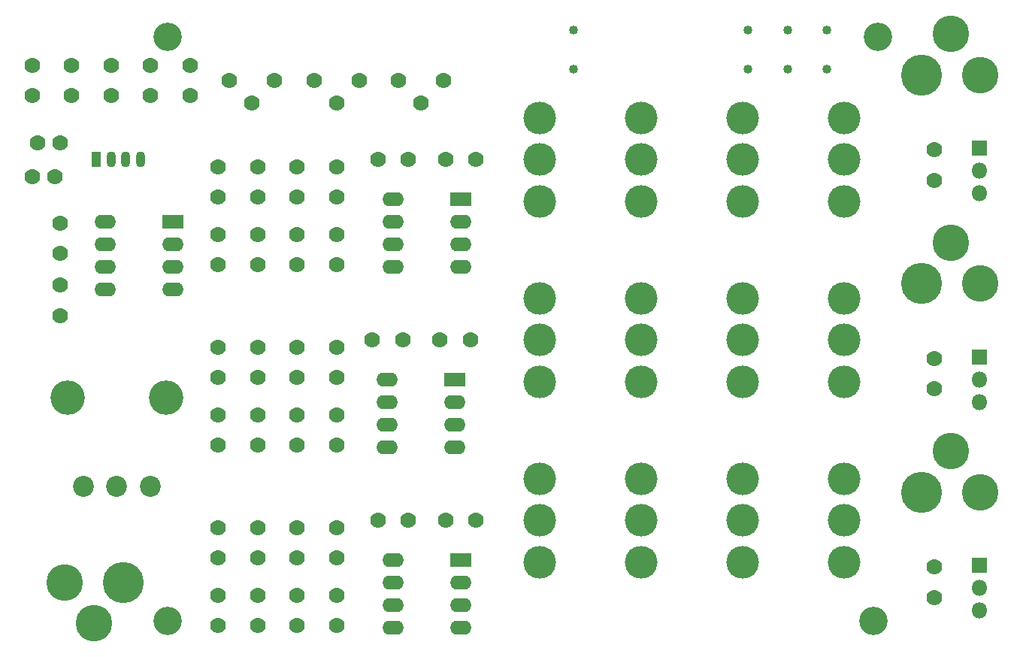
<source format=gbr>
G04 #@! TF.FileFunction,Soldermask,Top*
%FSLAX46Y46*%
G04 Gerber Fmt 4.6, Leading zero omitted, Abs format (unit mm)*
G04 Created by KiCad (PCBNEW 4.0.6) date 06/30/17 20:27:55*
%MOMM*%
%LPD*%
G01*
G04 APERTURE LIST*
%ADD10C,0.100000*%
%ADD11C,3.200400*%
%ADD12C,1.778000*%
%ADD13R,1.070000X1.800000*%
%ADD14O,1.070000X1.800000*%
%ADD15R,1.800000X1.800000*%
%ADD16O,1.800000X1.800000*%
%ADD17C,2.362200*%
%ADD18C,3.860800*%
%ADD19C,1.016000*%
%ADD20R,2.400000X1.600000*%
%ADD21O,2.400000X1.600000*%
%ADD22C,4.114800*%
%ADD23C,4.622800*%
%ADD24C,3.683000*%
G04 APERTURE END LIST*
D10*
D11*
X106680000Y-117348000D03*
X186182000Y-117348000D03*
X186690000Y-51562000D03*
D12*
X94615000Y-63500000D03*
X92075000Y-63500000D03*
D13*
X98679000Y-65405000D03*
D14*
X100330000Y-65405000D03*
X101981000Y-65405000D03*
X103632000Y-65405000D03*
D12*
X91440000Y-67310000D03*
X93980000Y-67310000D03*
D15*
X198120000Y-64135000D03*
D16*
X198120000Y-66675000D03*
X198120000Y-69215000D03*
D15*
X198120000Y-87630000D03*
D16*
X198120000Y-90170000D03*
X198120000Y-92710000D03*
D15*
X198120000Y-111125000D03*
D16*
X198120000Y-113665000D03*
X198120000Y-116205000D03*
D12*
X125730000Y-69659500D03*
X125730000Y-66230500D03*
X121285000Y-66230500D03*
X121285000Y-69659500D03*
X116840000Y-69659500D03*
X116840000Y-66230500D03*
X112395000Y-66230500D03*
X112395000Y-69659500D03*
X121285000Y-73850500D03*
X121285000Y-77279500D03*
X116840000Y-77279500D03*
X116840000Y-73850500D03*
X112395000Y-73850500D03*
X112395000Y-77279500D03*
X125730000Y-89979500D03*
X125730000Y-86550500D03*
X121285000Y-86550500D03*
X121285000Y-89979500D03*
X116840000Y-89979500D03*
X116840000Y-86550500D03*
X112395000Y-86550500D03*
X112395000Y-89979500D03*
X125730000Y-97599500D03*
X125730000Y-94170500D03*
X121285000Y-94170500D03*
X121285000Y-97599500D03*
X116840000Y-97599500D03*
X116840000Y-94170500D03*
X112395000Y-94170500D03*
X112395000Y-97599500D03*
X125730000Y-110299500D03*
X125730000Y-106870500D03*
X121285000Y-106870500D03*
X121285000Y-110299500D03*
X116840000Y-110299500D03*
X116840000Y-106870500D03*
X112395000Y-106870500D03*
X112395000Y-110299500D03*
X125730000Y-117919500D03*
X125730000Y-114490500D03*
X121285000Y-114490500D03*
X121285000Y-117919500D03*
X116840000Y-117919500D03*
X116840000Y-114490500D03*
X112395000Y-114490500D03*
X112395000Y-117919500D03*
X137985500Y-65405000D03*
X141414500Y-65405000D03*
X137350500Y-85725000D03*
X140779500Y-85725000D03*
X137985500Y-106045000D03*
X141414500Y-106045000D03*
X130365500Y-65405000D03*
X133794500Y-65405000D03*
X129730500Y-85725000D03*
X133159500Y-85725000D03*
X130365500Y-106045000D03*
X133794500Y-106045000D03*
X193040000Y-67754500D03*
X193040000Y-64325500D03*
X193040000Y-91249500D03*
X193040000Y-87820500D03*
X193040000Y-114744500D03*
X193040000Y-111315500D03*
X109220000Y-54800500D03*
X109220000Y-58229500D03*
X104775000Y-58229500D03*
X104775000Y-54800500D03*
X100330000Y-54800500D03*
X100330000Y-58229500D03*
X94615000Y-72580500D03*
X94615000Y-76009500D03*
X94615000Y-82994500D03*
X94615000Y-79565500D03*
X95885000Y-58229500D03*
X95885000Y-54800500D03*
X91440000Y-54800500D03*
X91440000Y-58229500D03*
D17*
X100965000Y-102235000D03*
X97205800Y-102235000D03*
X104724200Y-102235000D03*
D18*
X95453200Y-92227400D03*
X106476800Y-92227400D03*
D19*
X180975000Y-55245000D03*
X176530000Y-55245000D03*
X172085000Y-55245000D03*
X180975000Y-50800000D03*
X176530000Y-50800000D03*
X172085000Y-50800000D03*
X152400000Y-50800000D03*
X152400000Y-55245000D03*
D20*
X139700000Y-69850000D03*
D21*
X132080000Y-77470000D03*
X139700000Y-72390000D03*
X132080000Y-74930000D03*
X139700000Y-74930000D03*
X132080000Y-72390000D03*
X139700000Y-77470000D03*
X132080000Y-69850000D03*
D20*
X139065000Y-90170000D03*
D21*
X131445000Y-97790000D03*
X139065000Y-92710000D03*
X131445000Y-95250000D03*
X139065000Y-95250000D03*
X131445000Y-92710000D03*
X139065000Y-97790000D03*
X131445000Y-90170000D03*
D20*
X139700000Y-110490000D03*
D21*
X132080000Y-118110000D03*
X139700000Y-113030000D03*
X132080000Y-115570000D03*
X139700000Y-115570000D03*
X132080000Y-113030000D03*
X139700000Y-118110000D03*
X132080000Y-110490000D03*
D12*
X116205000Y-59055000D03*
X118745000Y-56515000D03*
X113665000Y-56515000D03*
X125730000Y-59055000D03*
X128270000Y-56515000D03*
X123190000Y-56515000D03*
X135255000Y-59055000D03*
X137795000Y-56515000D03*
X132715000Y-56515000D03*
X125730000Y-77279500D03*
X125730000Y-73850500D03*
D20*
X107315000Y-72390000D03*
D21*
X99695000Y-80010000D03*
X107315000Y-74930000D03*
X99695000Y-77470000D03*
X107315000Y-77470000D03*
X99695000Y-74930000D03*
X107315000Y-80010000D03*
X99695000Y-72390000D03*
D22*
X95123000Y-113030000D03*
D23*
X101727000Y-113030000D03*
D22*
X98425000Y-117627400D03*
X198247000Y-102870000D03*
D23*
X191643000Y-102870000D03*
D22*
X194945000Y-98272600D03*
X198247000Y-79375000D03*
D23*
X191643000Y-79375000D03*
D22*
X194945000Y-74777600D03*
X198247000Y-55880000D03*
D23*
X191643000Y-55880000D03*
D22*
X194945000Y-51282600D03*
D24*
X182880000Y-110744000D03*
X182880000Y-106045000D03*
X182880000Y-101346000D03*
X171450000Y-110744000D03*
X171450000Y-106045000D03*
X171450000Y-101346000D03*
X160020000Y-110744000D03*
X160020000Y-106045000D03*
X160020000Y-101346000D03*
X148590000Y-110744000D03*
X148590000Y-106045000D03*
X148590000Y-101346000D03*
X182880000Y-90424000D03*
X182880000Y-85725000D03*
X182880000Y-81026000D03*
X171450000Y-90424000D03*
X171450000Y-85725000D03*
X171450000Y-81026000D03*
X160020000Y-90424000D03*
X160020000Y-85725000D03*
X160020000Y-81026000D03*
X148590000Y-90424000D03*
X148590000Y-85725000D03*
X148590000Y-81026000D03*
X182880000Y-70104000D03*
X182880000Y-65405000D03*
X182880000Y-60706000D03*
X171450000Y-70104000D03*
X171450000Y-65405000D03*
X171450000Y-60706000D03*
X160020000Y-70104000D03*
X160020000Y-65405000D03*
X160020000Y-60706000D03*
X148590000Y-70104000D03*
X148590000Y-65405000D03*
X148590000Y-60706000D03*
D11*
X106680000Y-51562000D03*
M02*

</source>
